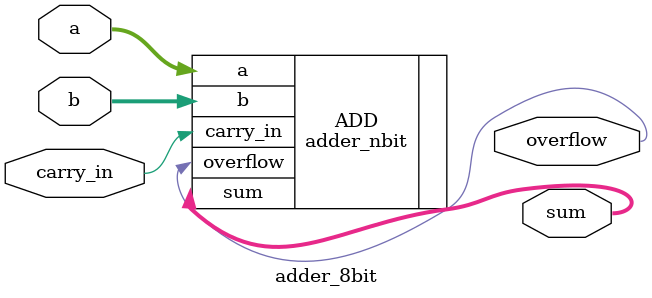
<source format=sv>

module adder_8bit
(
	input wire [7:0] a,
	input wire [7:0] b,
	input wire carry_in,
	output wire [7:0] sum,
	output wire overflow
);

	// STUDENT: Fill in the correct port map with parameter override syntax for using your n-bit ripple carry adder design to be an 8-bit ripple carry adder design
	adder_nbit #(.BIT_WIDTH(8)) ADD (.a(a), .b(b), .carry_in(carry_in), .sum(sum), .overflow(overflow));
endmodule

</source>
